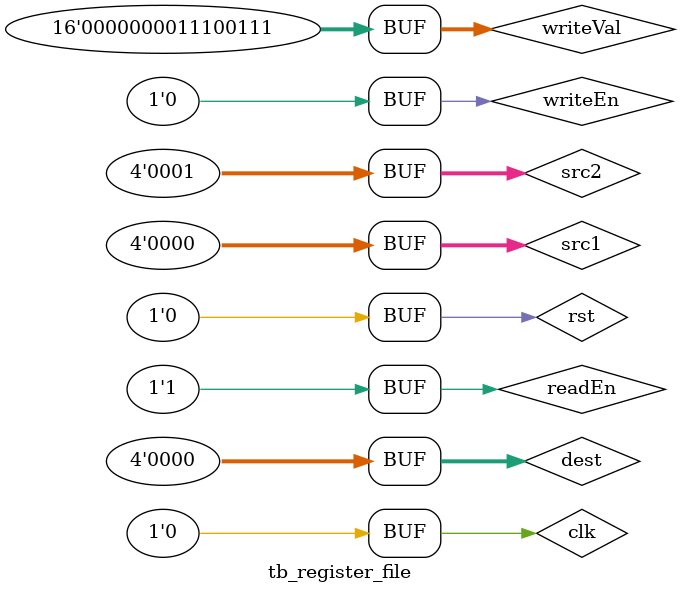
<source format=v>
module tb_register_file();
	reg clk, rst, writeEn, readEn;
	reg [3:0] src1, src2, dest;
	reg [15:0] writeVal; 
	wire [15:0] reg1, reg2;	
	
	regFile dut(clk, rst, src1, src2, dest, writeVal, writeEn, readEn, reg1, reg2);

							
	initial 
		begin  
			writeEn <= 0;
			readEn <= 0;
			rst <= 1;
		end
	always 
		begin 
			clk <= 1; 
			# 5; 
			clk <= 0; 
			# 5;
		end
	always 
		begin  
			# 10; 
			rst <= 0;
			writeEn                 <= 1;
			readEn                  <= 1;
			src1							<= 0;
			src2							<= 0;
			dest							<= 4'b0000;
			writeVal						<= 16'b11100111;
			
			# 10; 
			writeEn                 <= 0;
			readEn                  <= 1;
			src1							<= 0;
			src2							<= 1;
			dest							<= 4'b0000;
		end

endmodule

</source>
